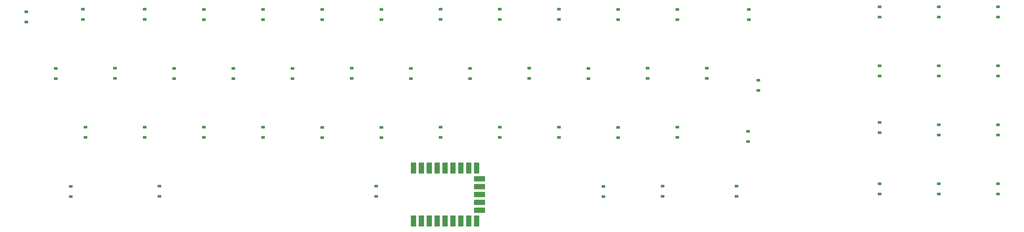
<source format=gbp>
G04 #@! TF.GenerationSoftware,KiCad,Pcbnew,8.0.3*
G04 #@! TF.CreationDate,2024-09-06T14:15:15-05:00*
G04 #@! TF.ProjectId,keyboard,6b657962-6f61-4726-942e-6b696361645f,rev?*
G04 #@! TF.SameCoordinates,Original*
G04 #@! TF.FileFunction,Paste,Bot*
G04 #@! TF.FilePolarity,Positive*
%FSLAX46Y46*%
G04 Gerber Fmt 4.6, Leading zero omitted, Abs format (unit mm)*
G04 Created by KiCad (PCBNEW 8.0.3) date 2024-09-06 14:15:15*
%MOMM*%
%LPD*%
G01*
G04 APERTURE LIST*
G04 Aperture macros list*
%AMRoundRect*
0 Rectangle with rounded corners*
0 $1 Rounding radius*
0 $2 $3 $4 $5 $6 $7 $8 $9 X,Y pos of 4 corners*
0 Add a 4 corners polygon primitive as box body*
4,1,4,$2,$3,$4,$5,$6,$7,$8,$9,$2,$3,0*
0 Add four circle primitives for the rounded corners*
1,1,$1+$1,$2,$3*
1,1,$1+$1,$4,$5*
1,1,$1+$1,$6,$7*
1,1,$1+$1,$8,$9*
0 Add four rect primitives between the rounded corners*
20,1,$1+$1,$2,$3,$4,$5,0*
20,1,$1+$1,$4,$5,$6,$7,0*
20,1,$1+$1,$6,$7,$8,$9,0*
20,1,$1+$1,$8,$9,$2,$3,0*%
G04 Aperture macros list end*
%ADD10RoundRect,0.225000X0.375000X-0.225000X0.375000X0.225000X-0.375000X0.225000X-0.375000X-0.225000X0*%
%ADD11RoundRect,0.114865X-0.735135X1.635135X-0.735135X-1.635135X0.735135X-1.635135X0.735135X1.635135X0*%
%ADD12RoundRect,0.114865X1.635135X0.735135X-1.635135X0.735135X-1.635135X-0.735135X1.635135X-0.735135X0*%
G04 APERTURE END LIST*
D10*
X378618750Y-115156250D03*
X378618750Y-111856250D03*
X151606250Y-135000000D03*
X151606250Y-131700000D03*
X340518750Y-134206250D03*
X340518750Y-130906250D03*
X359568750Y-172306250D03*
X359568750Y-169006250D03*
X378618750Y-134206250D03*
X378618750Y-130906250D03*
X237353750Y-115927500D03*
X237353750Y-112627500D03*
X161131250Y-154050000D03*
X161131250Y-150750000D03*
X237331250Y-154027500D03*
X237331250Y-150727500D03*
X132556250Y-135000000D03*
X132556250Y-131700000D03*
X378618750Y-153256250D03*
X378618750Y-149956250D03*
X94433750Y-134977500D03*
X94433750Y-131677500D03*
X284933750Y-134977500D03*
X284933750Y-131677500D03*
X189706250Y-135000000D03*
X189706250Y-131700000D03*
X65881250Y-116743750D03*
X65881250Y-113443750D03*
X256381250Y-154050000D03*
X256381250Y-150750000D03*
X265883750Y-134977500D03*
X265883750Y-131677500D03*
X123031250Y-115950000D03*
X123031250Y-112650000D03*
X180181250Y-115950000D03*
X180181250Y-112650000D03*
X359568750Y-134206250D03*
X359568750Y-130906250D03*
D11*
X190500000Y-181036000D03*
X193040000Y-181036000D03*
X195580000Y-181036000D03*
X198120000Y-181036000D03*
X200660000Y-181036000D03*
X203200000Y-181036000D03*
X205740000Y-181036000D03*
X208280000Y-181036000D03*
X210820000Y-181036000D03*
D12*
X211760000Y-177546000D03*
X211760000Y-175006000D03*
X211760000Y-172466000D03*
X211760000Y-169936000D03*
X211760000Y-167386000D03*
D11*
X210820000Y-163896000D03*
X208280000Y-163896000D03*
X205740000Y-163896000D03*
X203200000Y-163896000D03*
X200660000Y-163896000D03*
X198120000Y-163896000D03*
X195580000Y-163896000D03*
X193040000Y-163896000D03*
X190500000Y-163896000D03*
D10*
X256381250Y-115950000D03*
X256381250Y-112650000D03*
X340518750Y-115156250D03*
X340518750Y-111856250D03*
X298196000Y-155320000D03*
X298196000Y-152020000D03*
X170656250Y-134977500D03*
X170656250Y-131677500D03*
X84931250Y-154027500D03*
X84931250Y-150727500D03*
X84137500Y-115927500D03*
X84137500Y-112627500D03*
X199231250Y-115905000D03*
X199231250Y-112605000D03*
X113506250Y-135000000D03*
X113506250Y-131700000D03*
X142081250Y-154027500D03*
X142081250Y-150727500D03*
X161131250Y-115950000D03*
X161131250Y-112650000D03*
X123031250Y-154027500D03*
X123031250Y-150727500D03*
X340518750Y-172306250D03*
X340518750Y-169006250D03*
X80168750Y-173100000D03*
X80168750Y-169800000D03*
X199208750Y-154027500D03*
X199208750Y-150727500D03*
X275408750Y-154027500D03*
X275408750Y-150727500D03*
X270668750Y-173077500D03*
X270668750Y-169777500D03*
X103981250Y-154027500D03*
X103981250Y-150727500D03*
X298450000Y-115950000D03*
X298450000Y-112650000D03*
X301498000Y-138810000D03*
X301498000Y-135510000D03*
X275431250Y-115950000D03*
X275431250Y-112650000D03*
X142121250Y-115950000D03*
X142121250Y-112650000D03*
X359568750Y-115156250D03*
X359568750Y-111856250D03*
X227783750Y-134977500D03*
X227783750Y-131677500D03*
X103981250Y-115927500D03*
X103981250Y-112627500D03*
X218258750Y-154027500D03*
X218258750Y-150727500D03*
X208733750Y-135000000D03*
X208733750Y-131700000D03*
X378618750Y-172306250D03*
X378618750Y-169006250D03*
X359568750Y-153256250D03*
X359568750Y-149956250D03*
X218258750Y-115927500D03*
X218258750Y-112627500D03*
X180181250Y-154050000D03*
X180181250Y-150750000D03*
X340518750Y-152462500D03*
X340518750Y-149162500D03*
X75406250Y-135000000D03*
X75406250Y-131700000D03*
X108721250Y-173077500D03*
X108721250Y-169777500D03*
X251618750Y-173100000D03*
X251618750Y-169800000D03*
X246856250Y-135000000D03*
X246856250Y-131700000D03*
X178508750Y-173077500D03*
X178508750Y-169777500D03*
X294481250Y-173077500D03*
X294481250Y-169777500D03*
M02*

</source>
